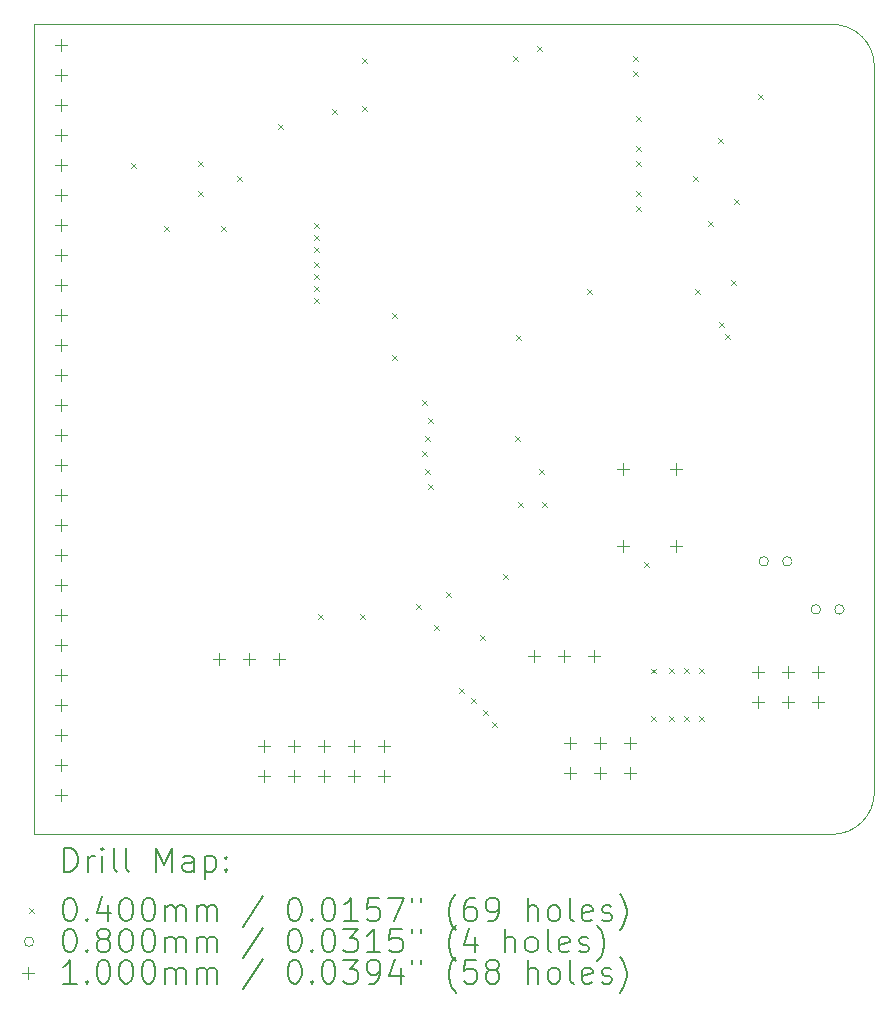
<source format=gbr>
%FSLAX45Y45*%
G04 Gerber Fmt 4.5, Leading zero omitted, Abs format (unit mm)*
G04 Created by KiCad (PCBNEW (6.0.0)) date 2022-01-24 17:46:20*
%MOMM*%
%LPD*%
G01*
G04 APERTURE LIST*
%TA.AperFunction,Profile*%
%ADD10C,0.100000*%
%TD*%
%ADD11C,0.200000*%
%ADD12C,0.040000*%
%ADD13C,0.080000*%
%ADD14C,0.100000*%
G04 APERTURE END LIST*
D10*
X18948400Y-11938000D02*
G75*
G03*
X19304000Y-11582400I0J355600D01*
G01*
X18948400Y-5080000D02*
X12192000Y-5080000D01*
X19304000Y-11582400D02*
X19304000Y-5435600D01*
X12192000Y-5080000D02*
X12192000Y-11938000D01*
X12192000Y-11938000D02*
X18948400Y-11938000D01*
X19304000Y-5435600D02*
G75*
G03*
X18948400Y-5080000I-355600J0D01*
G01*
D11*
D12*
X13010200Y-6253800D02*
X13050200Y-6293800D01*
X13050200Y-6253800D02*
X13010200Y-6293800D01*
X13289600Y-6787200D02*
X13329600Y-6827200D01*
X13329600Y-6787200D02*
X13289600Y-6827200D01*
X13581700Y-6241100D02*
X13621700Y-6281100D01*
X13621700Y-6241100D02*
X13581700Y-6281100D01*
X13581700Y-6495100D02*
X13621700Y-6535100D01*
X13621700Y-6495100D02*
X13581700Y-6535100D01*
X13772200Y-6787200D02*
X13812200Y-6827200D01*
X13812200Y-6787200D02*
X13772200Y-6827200D01*
X13911900Y-6368100D02*
X13951900Y-6408100D01*
X13951900Y-6368100D02*
X13911900Y-6408100D01*
X14254800Y-5923600D02*
X14294800Y-5963600D01*
X14294800Y-5923600D02*
X14254800Y-5963600D01*
X14559600Y-6761800D02*
X14599600Y-6801800D01*
X14599600Y-6761800D02*
X14559600Y-6801800D01*
X14559600Y-6863400D02*
X14599600Y-6903400D01*
X14599600Y-6863400D02*
X14559600Y-6903400D01*
X14559600Y-6965000D02*
X14599600Y-7005000D01*
X14599600Y-6965000D02*
X14559600Y-7005000D01*
X14559600Y-7092000D02*
X14599600Y-7132000D01*
X14599600Y-7092000D02*
X14559600Y-7132000D01*
X14559600Y-7193600D02*
X14599600Y-7233600D01*
X14599600Y-7193600D02*
X14559600Y-7233600D01*
X14559600Y-7295200D02*
X14599600Y-7335200D01*
X14599600Y-7295200D02*
X14559600Y-7335200D01*
X14559600Y-7396800D02*
X14599600Y-7436800D01*
X14599600Y-7396800D02*
X14559600Y-7436800D01*
X14597700Y-10076500D02*
X14637700Y-10116500D01*
X14637700Y-10076500D02*
X14597700Y-10116500D01*
X14712000Y-5796600D02*
X14752000Y-5836600D01*
X14752000Y-5796600D02*
X14712000Y-5836600D01*
X14953300Y-10076500D02*
X14993300Y-10116500D01*
X14993300Y-10076500D02*
X14953300Y-10116500D01*
X14966000Y-5364800D02*
X15006000Y-5404800D01*
X15006000Y-5364800D02*
X14966000Y-5404800D01*
X14966000Y-5771200D02*
X15006000Y-5811200D01*
X15006000Y-5771200D02*
X14966000Y-5811200D01*
X15220000Y-7523800D02*
X15260000Y-7563800D01*
X15260000Y-7523800D02*
X15220000Y-7563800D01*
X15220000Y-7879400D02*
X15260000Y-7919400D01*
X15260000Y-7879400D02*
X15220000Y-7919400D01*
X15423200Y-9987600D02*
X15463200Y-10027600D01*
X15463200Y-9987600D02*
X15423200Y-10027600D01*
X15474000Y-8260400D02*
X15514000Y-8300400D01*
X15514000Y-8260400D02*
X15474000Y-8300400D01*
X15474000Y-8692200D02*
X15514000Y-8732200D01*
X15514000Y-8692200D02*
X15474000Y-8732200D01*
X15499400Y-8565200D02*
X15539400Y-8605200D01*
X15539400Y-8565200D02*
X15499400Y-8605200D01*
X15499400Y-8844600D02*
X15539400Y-8884600D01*
X15539400Y-8844600D02*
X15499400Y-8884600D01*
X15524800Y-8412800D02*
X15564800Y-8452800D01*
X15564800Y-8412800D02*
X15524800Y-8452800D01*
X15524800Y-8971600D02*
X15564800Y-9011600D01*
X15564800Y-8971600D02*
X15524800Y-9011600D01*
X15575600Y-10165400D02*
X15615600Y-10205400D01*
X15615600Y-10165400D02*
X15575600Y-10205400D01*
X15677200Y-9886000D02*
X15717200Y-9926000D01*
X15717200Y-9886000D02*
X15677200Y-9926000D01*
X15791500Y-10699852D02*
X15831500Y-10739852D01*
X15831500Y-10699852D02*
X15791500Y-10739852D01*
X15893100Y-10787700D02*
X15933100Y-10827700D01*
X15933100Y-10787700D02*
X15893100Y-10827700D01*
X15969300Y-10254300D02*
X16009300Y-10294300D01*
X16009300Y-10254300D02*
X15969300Y-10294300D01*
X15994700Y-10889300D02*
X16034700Y-10929300D01*
X16034700Y-10889300D02*
X15994700Y-10929300D01*
X16070900Y-10990900D02*
X16110900Y-11030900D01*
X16110900Y-10990900D02*
X16070900Y-11030900D01*
X16159800Y-9733600D02*
X16199800Y-9773600D01*
X16199800Y-9733600D02*
X16159800Y-9773600D01*
X16248700Y-5352100D02*
X16288700Y-5392100D01*
X16288700Y-5352100D02*
X16248700Y-5392100D01*
X16261400Y-8565200D02*
X16301400Y-8605200D01*
X16301400Y-8565200D02*
X16261400Y-8605200D01*
X16274100Y-7714300D02*
X16314100Y-7754300D01*
X16314100Y-7714300D02*
X16274100Y-7754300D01*
X16286800Y-9124000D02*
X16326800Y-9164000D01*
X16326800Y-9124000D02*
X16286800Y-9164000D01*
X16450668Y-5263200D02*
X16490668Y-5303200D01*
X16490668Y-5263200D02*
X16450668Y-5303200D01*
X16464600Y-8844600D02*
X16504600Y-8884600D01*
X16504600Y-8844600D02*
X16464600Y-8884600D01*
X16490000Y-9124000D02*
X16530000Y-9164000D01*
X16530000Y-9124000D02*
X16490000Y-9164000D01*
X16871000Y-7320600D02*
X16911000Y-7360600D01*
X16911000Y-7320600D02*
X16871000Y-7360600D01*
X17264700Y-5352100D02*
X17304700Y-5392100D01*
X17304700Y-5352100D02*
X17264700Y-5392100D01*
X17264700Y-5479100D02*
X17304700Y-5519100D01*
X17304700Y-5479100D02*
X17264700Y-5519100D01*
X17290100Y-5860100D02*
X17330100Y-5900100D01*
X17330100Y-5860100D02*
X17290100Y-5900100D01*
X17290100Y-6114100D02*
X17330100Y-6154100D01*
X17330100Y-6114100D02*
X17290100Y-6154100D01*
X17290100Y-6241100D02*
X17330100Y-6281100D01*
X17330100Y-6241100D02*
X17290100Y-6281100D01*
X17290100Y-6495100D02*
X17330100Y-6535100D01*
X17330100Y-6495100D02*
X17290100Y-6535100D01*
X17290100Y-6622100D02*
X17330100Y-6662100D01*
X17330100Y-6622100D02*
X17290100Y-6662100D01*
X17353600Y-9632000D02*
X17393600Y-9672000D01*
X17393600Y-9632000D02*
X17353600Y-9672000D01*
X17415650Y-10535150D02*
X17455650Y-10575150D01*
X17455650Y-10535150D02*
X17415650Y-10575150D01*
X17415650Y-10940100D02*
X17455650Y-10980100D01*
X17455650Y-10940100D02*
X17415650Y-10980100D01*
X17569500Y-10533700D02*
X17609500Y-10573700D01*
X17609500Y-10533700D02*
X17569500Y-10573700D01*
X17569500Y-10940100D02*
X17609500Y-10980100D01*
X17609500Y-10940100D02*
X17569500Y-10980100D01*
X17696500Y-10533700D02*
X17736500Y-10573700D01*
X17736500Y-10533700D02*
X17696500Y-10573700D01*
X17696500Y-10940100D02*
X17736500Y-10980100D01*
X17736500Y-10940100D02*
X17696500Y-10980100D01*
X17772700Y-6368100D02*
X17812700Y-6408100D01*
X17812700Y-6368100D02*
X17772700Y-6408100D01*
X17785400Y-7320600D02*
X17825400Y-7360600D01*
X17825400Y-7320600D02*
X17785400Y-7360600D01*
X17823500Y-10533700D02*
X17863500Y-10573700D01*
X17863500Y-10533700D02*
X17823500Y-10573700D01*
X17823500Y-10940100D02*
X17863500Y-10980100D01*
X17863500Y-10940100D02*
X17823500Y-10980100D01*
X17899700Y-6749100D02*
X17939700Y-6789100D01*
X17939700Y-6749100D02*
X17899700Y-6789100D01*
X17979651Y-6046249D02*
X18019651Y-6086249D01*
X18019651Y-6046249D02*
X17979651Y-6086249D01*
X17988600Y-7600000D02*
X18028600Y-7640000D01*
X18028600Y-7600000D02*
X17988600Y-7640000D01*
X18039400Y-7701600D02*
X18079400Y-7741600D01*
X18079400Y-7701600D02*
X18039400Y-7741600D01*
X18090200Y-7244400D02*
X18130200Y-7284400D01*
X18130200Y-7244400D02*
X18090200Y-7284400D01*
X18115600Y-6558600D02*
X18155600Y-6598600D01*
X18155600Y-6558600D02*
X18115600Y-6598600D01*
X18318800Y-5669600D02*
X18358800Y-5709600D01*
X18358800Y-5669600D02*
X18318800Y-5709600D01*
D13*
X18407400Y-9626600D02*
G75*
G03*
X18407400Y-9626600I-40000J0D01*
G01*
X18607400Y-9626600D02*
G75*
G03*
X18607400Y-9626600I-40000J0D01*
G01*
X18848178Y-10033000D02*
G75*
G03*
X18848178Y-10033000I-40000J0D01*
G01*
X19048178Y-10033000D02*
G75*
G03*
X19048178Y-10033000I-40000J0D01*
G01*
D14*
X12420600Y-5207800D02*
X12420600Y-5307800D01*
X12370600Y-5257800D02*
X12470600Y-5257800D01*
X12420600Y-5461800D02*
X12420600Y-5561800D01*
X12370600Y-5511800D02*
X12470600Y-5511800D01*
X12420600Y-5715800D02*
X12420600Y-5815800D01*
X12370600Y-5765800D02*
X12470600Y-5765800D01*
X12420600Y-5969800D02*
X12420600Y-6069800D01*
X12370600Y-6019800D02*
X12470600Y-6019800D01*
X12420600Y-6223800D02*
X12420600Y-6323800D01*
X12370600Y-6273800D02*
X12470600Y-6273800D01*
X12420600Y-6477800D02*
X12420600Y-6577800D01*
X12370600Y-6527800D02*
X12470600Y-6527800D01*
X12420600Y-6731800D02*
X12420600Y-6831800D01*
X12370600Y-6781800D02*
X12470600Y-6781800D01*
X12420600Y-6985800D02*
X12420600Y-7085800D01*
X12370600Y-7035800D02*
X12470600Y-7035800D01*
X12420600Y-7239800D02*
X12420600Y-7339800D01*
X12370600Y-7289800D02*
X12470600Y-7289800D01*
X12420600Y-7493800D02*
X12420600Y-7593800D01*
X12370600Y-7543800D02*
X12470600Y-7543800D01*
X12420600Y-7747800D02*
X12420600Y-7847800D01*
X12370600Y-7797800D02*
X12470600Y-7797800D01*
X12420600Y-8001800D02*
X12420600Y-8101800D01*
X12370600Y-8051800D02*
X12470600Y-8051800D01*
X12420600Y-8255800D02*
X12420600Y-8355800D01*
X12370600Y-8305800D02*
X12470600Y-8305800D01*
X12420600Y-8509800D02*
X12420600Y-8609800D01*
X12370600Y-8559800D02*
X12470600Y-8559800D01*
X12420600Y-8763800D02*
X12420600Y-8863800D01*
X12370600Y-8813800D02*
X12470600Y-8813800D01*
X12420600Y-9017800D02*
X12420600Y-9117800D01*
X12370600Y-9067800D02*
X12470600Y-9067800D01*
X12420600Y-9271800D02*
X12420600Y-9371800D01*
X12370600Y-9321800D02*
X12470600Y-9321800D01*
X12420600Y-9525800D02*
X12420600Y-9625800D01*
X12370600Y-9575800D02*
X12470600Y-9575800D01*
X12420600Y-9779800D02*
X12420600Y-9879800D01*
X12370600Y-9829800D02*
X12470600Y-9829800D01*
X12420600Y-10033800D02*
X12420600Y-10133800D01*
X12370600Y-10083800D02*
X12470600Y-10083800D01*
X12420600Y-10287800D02*
X12420600Y-10387800D01*
X12370600Y-10337800D02*
X12470600Y-10337800D01*
X12420600Y-10541800D02*
X12420600Y-10641800D01*
X12370600Y-10591800D02*
X12470600Y-10591800D01*
X12420600Y-10795800D02*
X12420600Y-10895800D01*
X12370600Y-10845800D02*
X12470600Y-10845800D01*
X12420600Y-11049800D02*
X12420600Y-11149800D01*
X12370600Y-11099800D02*
X12470600Y-11099800D01*
X12420600Y-11303800D02*
X12420600Y-11403800D01*
X12370600Y-11353800D02*
X12470600Y-11353800D01*
X12420600Y-11557800D02*
X12420600Y-11657800D01*
X12370600Y-11607800D02*
X12470600Y-11607800D01*
X13754100Y-10402100D02*
X13754100Y-10502100D01*
X13704100Y-10452100D02*
X13804100Y-10452100D01*
X14008100Y-10402100D02*
X14008100Y-10502100D01*
X13958100Y-10452100D02*
X14058100Y-10452100D01*
X14134600Y-11137750D02*
X14134600Y-11237750D01*
X14084600Y-11187750D02*
X14184600Y-11187750D01*
X14134600Y-11391750D02*
X14134600Y-11491750D01*
X14084600Y-11441750D02*
X14184600Y-11441750D01*
X14262100Y-10402100D02*
X14262100Y-10502100D01*
X14212100Y-10452100D02*
X14312100Y-10452100D01*
X14388600Y-11137750D02*
X14388600Y-11237750D01*
X14338600Y-11187750D02*
X14438600Y-11187750D01*
X14388600Y-11391750D02*
X14388600Y-11491750D01*
X14338600Y-11441750D02*
X14438600Y-11441750D01*
X14642600Y-11137750D02*
X14642600Y-11237750D01*
X14592600Y-11187750D02*
X14692600Y-11187750D01*
X14642600Y-11391750D02*
X14642600Y-11491750D01*
X14592600Y-11441750D02*
X14692600Y-11441750D01*
X14896600Y-11137750D02*
X14896600Y-11237750D01*
X14846600Y-11187750D02*
X14946600Y-11187750D01*
X14896600Y-11391750D02*
X14896600Y-11491750D01*
X14846600Y-11441750D02*
X14946600Y-11441750D01*
X15150600Y-11137750D02*
X15150600Y-11237750D01*
X15100600Y-11187750D02*
X15200600Y-11187750D01*
X15150600Y-11391750D02*
X15150600Y-11491750D01*
X15100600Y-11441750D02*
X15200600Y-11441750D01*
X16419600Y-10376700D02*
X16419600Y-10476700D01*
X16369600Y-10426700D02*
X16469600Y-10426700D01*
X16673600Y-10376700D02*
X16673600Y-10476700D01*
X16623600Y-10426700D02*
X16723600Y-10426700D01*
X16725400Y-11112350D02*
X16725400Y-11212350D01*
X16675400Y-11162350D02*
X16775400Y-11162350D01*
X16725400Y-11366350D02*
X16725400Y-11466350D01*
X16675400Y-11416350D02*
X16775400Y-11416350D01*
X16927600Y-10376700D02*
X16927600Y-10476700D01*
X16877600Y-10426700D02*
X16977600Y-10426700D01*
X16979400Y-11112350D02*
X16979400Y-11212350D01*
X16929400Y-11162350D02*
X17029400Y-11162350D01*
X16979400Y-11366350D02*
X16979400Y-11466350D01*
X16929400Y-11416350D02*
X17029400Y-11416350D01*
X17174000Y-8794400D02*
X17174000Y-8894400D01*
X17124000Y-8844400D02*
X17224000Y-8844400D01*
X17174000Y-9444400D02*
X17174000Y-9544400D01*
X17124000Y-9494400D02*
X17224000Y-9494400D01*
X17233400Y-11112350D02*
X17233400Y-11212350D01*
X17183400Y-11162350D02*
X17283400Y-11162350D01*
X17233400Y-11366350D02*
X17233400Y-11466350D01*
X17183400Y-11416350D02*
X17283400Y-11416350D01*
X17624000Y-8794400D02*
X17624000Y-8894400D01*
X17574000Y-8844400D02*
X17674000Y-8844400D01*
X17624000Y-9444400D02*
X17624000Y-9544400D01*
X17574000Y-9494400D02*
X17674000Y-9494400D01*
X18317989Y-10515900D02*
X18317989Y-10615900D01*
X18267989Y-10565900D02*
X18367989Y-10565900D01*
X18317989Y-10769900D02*
X18317989Y-10869900D01*
X18267989Y-10819900D02*
X18367989Y-10819900D01*
X18571989Y-10515900D02*
X18571989Y-10615900D01*
X18521989Y-10565900D02*
X18621989Y-10565900D01*
X18571989Y-10769900D02*
X18571989Y-10869900D01*
X18521989Y-10819900D02*
X18621989Y-10819900D01*
X18825989Y-10515900D02*
X18825989Y-10615900D01*
X18775989Y-10565900D02*
X18875989Y-10565900D01*
X18825989Y-10769900D02*
X18825989Y-10869900D01*
X18775989Y-10819900D02*
X18875989Y-10819900D01*
D11*
X12444619Y-12253476D02*
X12444619Y-12053476D01*
X12492238Y-12053476D01*
X12520809Y-12063000D01*
X12539857Y-12082048D01*
X12549381Y-12101095D01*
X12558905Y-12139190D01*
X12558905Y-12167762D01*
X12549381Y-12205857D01*
X12539857Y-12224905D01*
X12520809Y-12243952D01*
X12492238Y-12253476D01*
X12444619Y-12253476D01*
X12644619Y-12253476D02*
X12644619Y-12120143D01*
X12644619Y-12158238D02*
X12654143Y-12139190D01*
X12663667Y-12129667D01*
X12682714Y-12120143D01*
X12701762Y-12120143D01*
X12768428Y-12253476D02*
X12768428Y-12120143D01*
X12768428Y-12053476D02*
X12758905Y-12063000D01*
X12768428Y-12072524D01*
X12777952Y-12063000D01*
X12768428Y-12053476D01*
X12768428Y-12072524D01*
X12892238Y-12253476D02*
X12873190Y-12243952D01*
X12863667Y-12224905D01*
X12863667Y-12053476D01*
X12997000Y-12253476D02*
X12977952Y-12243952D01*
X12968428Y-12224905D01*
X12968428Y-12053476D01*
X13225571Y-12253476D02*
X13225571Y-12053476D01*
X13292238Y-12196333D01*
X13358905Y-12053476D01*
X13358905Y-12253476D01*
X13539857Y-12253476D02*
X13539857Y-12148714D01*
X13530333Y-12129667D01*
X13511286Y-12120143D01*
X13473190Y-12120143D01*
X13454143Y-12129667D01*
X13539857Y-12243952D02*
X13520809Y-12253476D01*
X13473190Y-12253476D01*
X13454143Y-12243952D01*
X13444619Y-12224905D01*
X13444619Y-12205857D01*
X13454143Y-12186809D01*
X13473190Y-12177286D01*
X13520809Y-12177286D01*
X13539857Y-12167762D01*
X13635095Y-12120143D02*
X13635095Y-12320143D01*
X13635095Y-12129667D02*
X13654143Y-12120143D01*
X13692238Y-12120143D01*
X13711286Y-12129667D01*
X13720809Y-12139190D01*
X13730333Y-12158238D01*
X13730333Y-12215381D01*
X13720809Y-12234428D01*
X13711286Y-12243952D01*
X13692238Y-12253476D01*
X13654143Y-12253476D01*
X13635095Y-12243952D01*
X13816048Y-12234428D02*
X13825571Y-12243952D01*
X13816048Y-12253476D01*
X13806524Y-12243952D01*
X13816048Y-12234428D01*
X13816048Y-12253476D01*
X13816048Y-12129667D02*
X13825571Y-12139190D01*
X13816048Y-12148714D01*
X13806524Y-12139190D01*
X13816048Y-12129667D01*
X13816048Y-12148714D01*
D12*
X12147000Y-12563000D02*
X12187000Y-12603000D01*
X12187000Y-12563000D02*
X12147000Y-12603000D01*
D11*
X12482714Y-12473476D02*
X12501762Y-12473476D01*
X12520809Y-12483000D01*
X12530333Y-12492524D01*
X12539857Y-12511571D01*
X12549381Y-12549667D01*
X12549381Y-12597286D01*
X12539857Y-12635381D01*
X12530333Y-12654428D01*
X12520809Y-12663952D01*
X12501762Y-12673476D01*
X12482714Y-12673476D01*
X12463667Y-12663952D01*
X12454143Y-12654428D01*
X12444619Y-12635381D01*
X12435095Y-12597286D01*
X12435095Y-12549667D01*
X12444619Y-12511571D01*
X12454143Y-12492524D01*
X12463667Y-12483000D01*
X12482714Y-12473476D01*
X12635095Y-12654428D02*
X12644619Y-12663952D01*
X12635095Y-12673476D01*
X12625571Y-12663952D01*
X12635095Y-12654428D01*
X12635095Y-12673476D01*
X12816048Y-12540143D02*
X12816048Y-12673476D01*
X12768428Y-12463952D02*
X12720809Y-12606809D01*
X12844619Y-12606809D01*
X12958905Y-12473476D02*
X12977952Y-12473476D01*
X12997000Y-12483000D01*
X13006524Y-12492524D01*
X13016048Y-12511571D01*
X13025571Y-12549667D01*
X13025571Y-12597286D01*
X13016048Y-12635381D01*
X13006524Y-12654428D01*
X12997000Y-12663952D01*
X12977952Y-12673476D01*
X12958905Y-12673476D01*
X12939857Y-12663952D01*
X12930333Y-12654428D01*
X12920809Y-12635381D01*
X12911286Y-12597286D01*
X12911286Y-12549667D01*
X12920809Y-12511571D01*
X12930333Y-12492524D01*
X12939857Y-12483000D01*
X12958905Y-12473476D01*
X13149381Y-12473476D02*
X13168428Y-12473476D01*
X13187476Y-12483000D01*
X13197000Y-12492524D01*
X13206524Y-12511571D01*
X13216048Y-12549667D01*
X13216048Y-12597286D01*
X13206524Y-12635381D01*
X13197000Y-12654428D01*
X13187476Y-12663952D01*
X13168428Y-12673476D01*
X13149381Y-12673476D01*
X13130333Y-12663952D01*
X13120809Y-12654428D01*
X13111286Y-12635381D01*
X13101762Y-12597286D01*
X13101762Y-12549667D01*
X13111286Y-12511571D01*
X13120809Y-12492524D01*
X13130333Y-12483000D01*
X13149381Y-12473476D01*
X13301762Y-12673476D02*
X13301762Y-12540143D01*
X13301762Y-12559190D02*
X13311286Y-12549667D01*
X13330333Y-12540143D01*
X13358905Y-12540143D01*
X13377952Y-12549667D01*
X13387476Y-12568714D01*
X13387476Y-12673476D01*
X13387476Y-12568714D02*
X13397000Y-12549667D01*
X13416048Y-12540143D01*
X13444619Y-12540143D01*
X13463667Y-12549667D01*
X13473190Y-12568714D01*
X13473190Y-12673476D01*
X13568428Y-12673476D02*
X13568428Y-12540143D01*
X13568428Y-12559190D02*
X13577952Y-12549667D01*
X13597000Y-12540143D01*
X13625571Y-12540143D01*
X13644619Y-12549667D01*
X13654143Y-12568714D01*
X13654143Y-12673476D01*
X13654143Y-12568714D02*
X13663667Y-12549667D01*
X13682714Y-12540143D01*
X13711286Y-12540143D01*
X13730333Y-12549667D01*
X13739857Y-12568714D01*
X13739857Y-12673476D01*
X14130333Y-12463952D02*
X13958905Y-12721095D01*
X14387476Y-12473476D02*
X14406524Y-12473476D01*
X14425571Y-12483000D01*
X14435095Y-12492524D01*
X14444619Y-12511571D01*
X14454143Y-12549667D01*
X14454143Y-12597286D01*
X14444619Y-12635381D01*
X14435095Y-12654428D01*
X14425571Y-12663952D01*
X14406524Y-12673476D01*
X14387476Y-12673476D01*
X14368428Y-12663952D01*
X14358905Y-12654428D01*
X14349381Y-12635381D01*
X14339857Y-12597286D01*
X14339857Y-12549667D01*
X14349381Y-12511571D01*
X14358905Y-12492524D01*
X14368428Y-12483000D01*
X14387476Y-12473476D01*
X14539857Y-12654428D02*
X14549381Y-12663952D01*
X14539857Y-12673476D01*
X14530333Y-12663952D01*
X14539857Y-12654428D01*
X14539857Y-12673476D01*
X14673190Y-12473476D02*
X14692238Y-12473476D01*
X14711286Y-12483000D01*
X14720809Y-12492524D01*
X14730333Y-12511571D01*
X14739857Y-12549667D01*
X14739857Y-12597286D01*
X14730333Y-12635381D01*
X14720809Y-12654428D01*
X14711286Y-12663952D01*
X14692238Y-12673476D01*
X14673190Y-12673476D01*
X14654143Y-12663952D01*
X14644619Y-12654428D01*
X14635095Y-12635381D01*
X14625571Y-12597286D01*
X14625571Y-12549667D01*
X14635095Y-12511571D01*
X14644619Y-12492524D01*
X14654143Y-12483000D01*
X14673190Y-12473476D01*
X14930333Y-12673476D02*
X14816048Y-12673476D01*
X14873190Y-12673476D02*
X14873190Y-12473476D01*
X14854143Y-12502048D01*
X14835095Y-12521095D01*
X14816048Y-12530619D01*
X15111286Y-12473476D02*
X15016048Y-12473476D01*
X15006524Y-12568714D01*
X15016048Y-12559190D01*
X15035095Y-12549667D01*
X15082714Y-12549667D01*
X15101762Y-12559190D01*
X15111286Y-12568714D01*
X15120809Y-12587762D01*
X15120809Y-12635381D01*
X15111286Y-12654428D01*
X15101762Y-12663952D01*
X15082714Y-12673476D01*
X15035095Y-12673476D01*
X15016048Y-12663952D01*
X15006524Y-12654428D01*
X15187476Y-12473476D02*
X15320809Y-12473476D01*
X15235095Y-12673476D01*
X15387476Y-12473476D02*
X15387476Y-12511571D01*
X15463667Y-12473476D02*
X15463667Y-12511571D01*
X15758905Y-12749667D02*
X15749381Y-12740143D01*
X15730333Y-12711571D01*
X15720809Y-12692524D01*
X15711286Y-12663952D01*
X15701762Y-12616333D01*
X15701762Y-12578238D01*
X15711286Y-12530619D01*
X15720809Y-12502048D01*
X15730333Y-12483000D01*
X15749381Y-12454428D01*
X15758905Y-12444905D01*
X15920809Y-12473476D02*
X15882714Y-12473476D01*
X15863667Y-12483000D01*
X15854143Y-12492524D01*
X15835095Y-12521095D01*
X15825571Y-12559190D01*
X15825571Y-12635381D01*
X15835095Y-12654428D01*
X15844619Y-12663952D01*
X15863667Y-12673476D01*
X15901762Y-12673476D01*
X15920809Y-12663952D01*
X15930333Y-12654428D01*
X15939857Y-12635381D01*
X15939857Y-12587762D01*
X15930333Y-12568714D01*
X15920809Y-12559190D01*
X15901762Y-12549667D01*
X15863667Y-12549667D01*
X15844619Y-12559190D01*
X15835095Y-12568714D01*
X15825571Y-12587762D01*
X16035095Y-12673476D02*
X16073190Y-12673476D01*
X16092238Y-12663952D01*
X16101762Y-12654428D01*
X16120809Y-12625857D01*
X16130333Y-12587762D01*
X16130333Y-12511571D01*
X16120809Y-12492524D01*
X16111286Y-12483000D01*
X16092238Y-12473476D01*
X16054143Y-12473476D01*
X16035095Y-12483000D01*
X16025571Y-12492524D01*
X16016048Y-12511571D01*
X16016048Y-12559190D01*
X16025571Y-12578238D01*
X16035095Y-12587762D01*
X16054143Y-12597286D01*
X16092238Y-12597286D01*
X16111286Y-12587762D01*
X16120809Y-12578238D01*
X16130333Y-12559190D01*
X16368428Y-12673476D02*
X16368428Y-12473476D01*
X16454143Y-12673476D02*
X16454143Y-12568714D01*
X16444619Y-12549667D01*
X16425571Y-12540143D01*
X16397000Y-12540143D01*
X16377952Y-12549667D01*
X16368428Y-12559190D01*
X16577952Y-12673476D02*
X16558905Y-12663952D01*
X16549381Y-12654428D01*
X16539857Y-12635381D01*
X16539857Y-12578238D01*
X16549381Y-12559190D01*
X16558905Y-12549667D01*
X16577952Y-12540143D01*
X16606524Y-12540143D01*
X16625571Y-12549667D01*
X16635095Y-12559190D01*
X16644619Y-12578238D01*
X16644619Y-12635381D01*
X16635095Y-12654428D01*
X16625571Y-12663952D01*
X16606524Y-12673476D01*
X16577952Y-12673476D01*
X16758905Y-12673476D02*
X16739857Y-12663952D01*
X16730333Y-12644905D01*
X16730333Y-12473476D01*
X16911286Y-12663952D02*
X16892238Y-12673476D01*
X16854143Y-12673476D01*
X16835095Y-12663952D01*
X16825571Y-12644905D01*
X16825571Y-12568714D01*
X16835095Y-12549667D01*
X16854143Y-12540143D01*
X16892238Y-12540143D01*
X16911286Y-12549667D01*
X16920810Y-12568714D01*
X16920810Y-12587762D01*
X16825571Y-12606809D01*
X16997000Y-12663952D02*
X17016048Y-12673476D01*
X17054143Y-12673476D01*
X17073190Y-12663952D01*
X17082714Y-12644905D01*
X17082714Y-12635381D01*
X17073190Y-12616333D01*
X17054143Y-12606809D01*
X17025571Y-12606809D01*
X17006524Y-12597286D01*
X16997000Y-12578238D01*
X16997000Y-12568714D01*
X17006524Y-12549667D01*
X17025571Y-12540143D01*
X17054143Y-12540143D01*
X17073190Y-12549667D01*
X17149381Y-12749667D02*
X17158905Y-12740143D01*
X17177952Y-12711571D01*
X17187476Y-12692524D01*
X17197000Y-12663952D01*
X17206524Y-12616333D01*
X17206524Y-12578238D01*
X17197000Y-12530619D01*
X17187476Y-12502048D01*
X17177952Y-12483000D01*
X17158905Y-12454428D01*
X17149381Y-12444905D01*
D13*
X12187000Y-12847000D02*
G75*
G03*
X12187000Y-12847000I-40000J0D01*
G01*
D11*
X12482714Y-12737476D02*
X12501762Y-12737476D01*
X12520809Y-12747000D01*
X12530333Y-12756524D01*
X12539857Y-12775571D01*
X12549381Y-12813667D01*
X12549381Y-12861286D01*
X12539857Y-12899381D01*
X12530333Y-12918428D01*
X12520809Y-12927952D01*
X12501762Y-12937476D01*
X12482714Y-12937476D01*
X12463667Y-12927952D01*
X12454143Y-12918428D01*
X12444619Y-12899381D01*
X12435095Y-12861286D01*
X12435095Y-12813667D01*
X12444619Y-12775571D01*
X12454143Y-12756524D01*
X12463667Y-12747000D01*
X12482714Y-12737476D01*
X12635095Y-12918428D02*
X12644619Y-12927952D01*
X12635095Y-12937476D01*
X12625571Y-12927952D01*
X12635095Y-12918428D01*
X12635095Y-12937476D01*
X12758905Y-12823190D02*
X12739857Y-12813667D01*
X12730333Y-12804143D01*
X12720809Y-12785095D01*
X12720809Y-12775571D01*
X12730333Y-12756524D01*
X12739857Y-12747000D01*
X12758905Y-12737476D01*
X12797000Y-12737476D01*
X12816048Y-12747000D01*
X12825571Y-12756524D01*
X12835095Y-12775571D01*
X12835095Y-12785095D01*
X12825571Y-12804143D01*
X12816048Y-12813667D01*
X12797000Y-12823190D01*
X12758905Y-12823190D01*
X12739857Y-12832714D01*
X12730333Y-12842238D01*
X12720809Y-12861286D01*
X12720809Y-12899381D01*
X12730333Y-12918428D01*
X12739857Y-12927952D01*
X12758905Y-12937476D01*
X12797000Y-12937476D01*
X12816048Y-12927952D01*
X12825571Y-12918428D01*
X12835095Y-12899381D01*
X12835095Y-12861286D01*
X12825571Y-12842238D01*
X12816048Y-12832714D01*
X12797000Y-12823190D01*
X12958905Y-12737476D02*
X12977952Y-12737476D01*
X12997000Y-12747000D01*
X13006524Y-12756524D01*
X13016048Y-12775571D01*
X13025571Y-12813667D01*
X13025571Y-12861286D01*
X13016048Y-12899381D01*
X13006524Y-12918428D01*
X12997000Y-12927952D01*
X12977952Y-12937476D01*
X12958905Y-12937476D01*
X12939857Y-12927952D01*
X12930333Y-12918428D01*
X12920809Y-12899381D01*
X12911286Y-12861286D01*
X12911286Y-12813667D01*
X12920809Y-12775571D01*
X12930333Y-12756524D01*
X12939857Y-12747000D01*
X12958905Y-12737476D01*
X13149381Y-12737476D02*
X13168428Y-12737476D01*
X13187476Y-12747000D01*
X13197000Y-12756524D01*
X13206524Y-12775571D01*
X13216048Y-12813667D01*
X13216048Y-12861286D01*
X13206524Y-12899381D01*
X13197000Y-12918428D01*
X13187476Y-12927952D01*
X13168428Y-12937476D01*
X13149381Y-12937476D01*
X13130333Y-12927952D01*
X13120809Y-12918428D01*
X13111286Y-12899381D01*
X13101762Y-12861286D01*
X13101762Y-12813667D01*
X13111286Y-12775571D01*
X13120809Y-12756524D01*
X13130333Y-12747000D01*
X13149381Y-12737476D01*
X13301762Y-12937476D02*
X13301762Y-12804143D01*
X13301762Y-12823190D02*
X13311286Y-12813667D01*
X13330333Y-12804143D01*
X13358905Y-12804143D01*
X13377952Y-12813667D01*
X13387476Y-12832714D01*
X13387476Y-12937476D01*
X13387476Y-12832714D02*
X13397000Y-12813667D01*
X13416048Y-12804143D01*
X13444619Y-12804143D01*
X13463667Y-12813667D01*
X13473190Y-12832714D01*
X13473190Y-12937476D01*
X13568428Y-12937476D02*
X13568428Y-12804143D01*
X13568428Y-12823190D02*
X13577952Y-12813667D01*
X13597000Y-12804143D01*
X13625571Y-12804143D01*
X13644619Y-12813667D01*
X13654143Y-12832714D01*
X13654143Y-12937476D01*
X13654143Y-12832714D02*
X13663667Y-12813667D01*
X13682714Y-12804143D01*
X13711286Y-12804143D01*
X13730333Y-12813667D01*
X13739857Y-12832714D01*
X13739857Y-12937476D01*
X14130333Y-12727952D02*
X13958905Y-12985095D01*
X14387476Y-12737476D02*
X14406524Y-12737476D01*
X14425571Y-12747000D01*
X14435095Y-12756524D01*
X14444619Y-12775571D01*
X14454143Y-12813667D01*
X14454143Y-12861286D01*
X14444619Y-12899381D01*
X14435095Y-12918428D01*
X14425571Y-12927952D01*
X14406524Y-12937476D01*
X14387476Y-12937476D01*
X14368428Y-12927952D01*
X14358905Y-12918428D01*
X14349381Y-12899381D01*
X14339857Y-12861286D01*
X14339857Y-12813667D01*
X14349381Y-12775571D01*
X14358905Y-12756524D01*
X14368428Y-12747000D01*
X14387476Y-12737476D01*
X14539857Y-12918428D02*
X14549381Y-12927952D01*
X14539857Y-12937476D01*
X14530333Y-12927952D01*
X14539857Y-12918428D01*
X14539857Y-12937476D01*
X14673190Y-12737476D02*
X14692238Y-12737476D01*
X14711286Y-12747000D01*
X14720809Y-12756524D01*
X14730333Y-12775571D01*
X14739857Y-12813667D01*
X14739857Y-12861286D01*
X14730333Y-12899381D01*
X14720809Y-12918428D01*
X14711286Y-12927952D01*
X14692238Y-12937476D01*
X14673190Y-12937476D01*
X14654143Y-12927952D01*
X14644619Y-12918428D01*
X14635095Y-12899381D01*
X14625571Y-12861286D01*
X14625571Y-12813667D01*
X14635095Y-12775571D01*
X14644619Y-12756524D01*
X14654143Y-12747000D01*
X14673190Y-12737476D01*
X14806524Y-12737476D02*
X14930333Y-12737476D01*
X14863667Y-12813667D01*
X14892238Y-12813667D01*
X14911286Y-12823190D01*
X14920809Y-12832714D01*
X14930333Y-12851762D01*
X14930333Y-12899381D01*
X14920809Y-12918428D01*
X14911286Y-12927952D01*
X14892238Y-12937476D01*
X14835095Y-12937476D01*
X14816048Y-12927952D01*
X14806524Y-12918428D01*
X15120809Y-12937476D02*
X15006524Y-12937476D01*
X15063667Y-12937476D02*
X15063667Y-12737476D01*
X15044619Y-12766048D01*
X15025571Y-12785095D01*
X15006524Y-12794619D01*
X15301762Y-12737476D02*
X15206524Y-12737476D01*
X15197000Y-12832714D01*
X15206524Y-12823190D01*
X15225571Y-12813667D01*
X15273190Y-12813667D01*
X15292238Y-12823190D01*
X15301762Y-12832714D01*
X15311286Y-12851762D01*
X15311286Y-12899381D01*
X15301762Y-12918428D01*
X15292238Y-12927952D01*
X15273190Y-12937476D01*
X15225571Y-12937476D01*
X15206524Y-12927952D01*
X15197000Y-12918428D01*
X15387476Y-12737476D02*
X15387476Y-12775571D01*
X15463667Y-12737476D02*
X15463667Y-12775571D01*
X15758905Y-13013667D02*
X15749381Y-13004143D01*
X15730333Y-12975571D01*
X15720809Y-12956524D01*
X15711286Y-12927952D01*
X15701762Y-12880333D01*
X15701762Y-12842238D01*
X15711286Y-12794619D01*
X15720809Y-12766048D01*
X15730333Y-12747000D01*
X15749381Y-12718428D01*
X15758905Y-12708905D01*
X15920809Y-12804143D02*
X15920809Y-12937476D01*
X15873190Y-12727952D02*
X15825571Y-12870809D01*
X15949381Y-12870809D01*
X16177952Y-12937476D02*
X16177952Y-12737476D01*
X16263667Y-12937476D02*
X16263667Y-12832714D01*
X16254143Y-12813667D01*
X16235095Y-12804143D01*
X16206524Y-12804143D01*
X16187476Y-12813667D01*
X16177952Y-12823190D01*
X16387476Y-12937476D02*
X16368428Y-12927952D01*
X16358905Y-12918428D01*
X16349381Y-12899381D01*
X16349381Y-12842238D01*
X16358905Y-12823190D01*
X16368428Y-12813667D01*
X16387476Y-12804143D01*
X16416048Y-12804143D01*
X16435095Y-12813667D01*
X16444619Y-12823190D01*
X16454143Y-12842238D01*
X16454143Y-12899381D01*
X16444619Y-12918428D01*
X16435095Y-12927952D01*
X16416048Y-12937476D01*
X16387476Y-12937476D01*
X16568428Y-12937476D02*
X16549381Y-12927952D01*
X16539857Y-12908905D01*
X16539857Y-12737476D01*
X16720809Y-12927952D02*
X16701762Y-12937476D01*
X16663667Y-12937476D01*
X16644619Y-12927952D01*
X16635095Y-12908905D01*
X16635095Y-12832714D01*
X16644619Y-12813667D01*
X16663667Y-12804143D01*
X16701762Y-12804143D01*
X16720809Y-12813667D01*
X16730333Y-12832714D01*
X16730333Y-12851762D01*
X16635095Y-12870809D01*
X16806524Y-12927952D02*
X16825571Y-12937476D01*
X16863667Y-12937476D01*
X16882714Y-12927952D01*
X16892238Y-12908905D01*
X16892238Y-12899381D01*
X16882714Y-12880333D01*
X16863667Y-12870809D01*
X16835095Y-12870809D01*
X16816048Y-12861286D01*
X16806524Y-12842238D01*
X16806524Y-12832714D01*
X16816048Y-12813667D01*
X16835095Y-12804143D01*
X16863667Y-12804143D01*
X16882714Y-12813667D01*
X16958905Y-13013667D02*
X16968429Y-13004143D01*
X16987476Y-12975571D01*
X16997000Y-12956524D01*
X17006524Y-12927952D01*
X17016048Y-12880333D01*
X17016048Y-12842238D01*
X17006524Y-12794619D01*
X16997000Y-12766048D01*
X16987476Y-12747000D01*
X16968429Y-12718428D01*
X16958905Y-12708905D01*
D14*
X12137000Y-13061000D02*
X12137000Y-13161000D01*
X12087000Y-13111000D02*
X12187000Y-13111000D01*
D11*
X12549381Y-13201476D02*
X12435095Y-13201476D01*
X12492238Y-13201476D02*
X12492238Y-13001476D01*
X12473190Y-13030048D01*
X12454143Y-13049095D01*
X12435095Y-13058619D01*
X12635095Y-13182428D02*
X12644619Y-13191952D01*
X12635095Y-13201476D01*
X12625571Y-13191952D01*
X12635095Y-13182428D01*
X12635095Y-13201476D01*
X12768428Y-13001476D02*
X12787476Y-13001476D01*
X12806524Y-13011000D01*
X12816048Y-13020524D01*
X12825571Y-13039571D01*
X12835095Y-13077667D01*
X12835095Y-13125286D01*
X12825571Y-13163381D01*
X12816048Y-13182428D01*
X12806524Y-13191952D01*
X12787476Y-13201476D01*
X12768428Y-13201476D01*
X12749381Y-13191952D01*
X12739857Y-13182428D01*
X12730333Y-13163381D01*
X12720809Y-13125286D01*
X12720809Y-13077667D01*
X12730333Y-13039571D01*
X12739857Y-13020524D01*
X12749381Y-13011000D01*
X12768428Y-13001476D01*
X12958905Y-13001476D02*
X12977952Y-13001476D01*
X12997000Y-13011000D01*
X13006524Y-13020524D01*
X13016048Y-13039571D01*
X13025571Y-13077667D01*
X13025571Y-13125286D01*
X13016048Y-13163381D01*
X13006524Y-13182428D01*
X12997000Y-13191952D01*
X12977952Y-13201476D01*
X12958905Y-13201476D01*
X12939857Y-13191952D01*
X12930333Y-13182428D01*
X12920809Y-13163381D01*
X12911286Y-13125286D01*
X12911286Y-13077667D01*
X12920809Y-13039571D01*
X12930333Y-13020524D01*
X12939857Y-13011000D01*
X12958905Y-13001476D01*
X13149381Y-13001476D02*
X13168428Y-13001476D01*
X13187476Y-13011000D01*
X13197000Y-13020524D01*
X13206524Y-13039571D01*
X13216048Y-13077667D01*
X13216048Y-13125286D01*
X13206524Y-13163381D01*
X13197000Y-13182428D01*
X13187476Y-13191952D01*
X13168428Y-13201476D01*
X13149381Y-13201476D01*
X13130333Y-13191952D01*
X13120809Y-13182428D01*
X13111286Y-13163381D01*
X13101762Y-13125286D01*
X13101762Y-13077667D01*
X13111286Y-13039571D01*
X13120809Y-13020524D01*
X13130333Y-13011000D01*
X13149381Y-13001476D01*
X13301762Y-13201476D02*
X13301762Y-13068143D01*
X13301762Y-13087190D02*
X13311286Y-13077667D01*
X13330333Y-13068143D01*
X13358905Y-13068143D01*
X13377952Y-13077667D01*
X13387476Y-13096714D01*
X13387476Y-13201476D01*
X13387476Y-13096714D02*
X13397000Y-13077667D01*
X13416048Y-13068143D01*
X13444619Y-13068143D01*
X13463667Y-13077667D01*
X13473190Y-13096714D01*
X13473190Y-13201476D01*
X13568428Y-13201476D02*
X13568428Y-13068143D01*
X13568428Y-13087190D02*
X13577952Y-13077667D01*
X13597000Y-13068143D01*
X13625571Y-13068143D01*
X13644619Y-13077667D01*
X13654143Y-13096714D01*
X13654143Y-13201476D01*
X13654143Y-13096714D02*
X13663667Y-13077667D01*
X13682714Y-13068143D01*
X13711286Y-13068143D01*
X13730333Y-13077667D01*
X13739857Y-13096714D01*
X13739857Y-13201476D01*
X14130333Y-12991952D02*
X13958905Y-13249095D01*
X14387476Y-13001476D02*
X14406524Y-13001476D01*
X14425571Y-13011000D01*
X14435095Y-13020524D01*
X14444619Y-13039571D01*
X14454143Y-13077667D01*
X14454143Y-13125286D01*
X14444619Y-13163381D01*
X14435095Y-13182428D01*
X14425571Y-13191952D01*
X14406524Y-13201476D01*
X14387476Y-13201476D01*
X14368428Y-13191952D01*
X14358905Y-13182428D01*
X14349381Y-13163381D01*
X14339857Y-13125286D01*
X14339857Y-13077667D01*
X14349381Y-13039571D01*
X14358905Y-13020524D01*
X14368428Y-13011000D01*
X14387476Y-13001476D01*
X14539857Y-13182428D02*
X14549381Y-13191952D01*
X14539857Y-13201476D01*
X14530333Y-13191952D01*
X14539857Y-13182428D01*
X14539857Y-13201476D01*
X14673190Y-13001476D02*
X14692238Y-13001476D01*
X14711286Y-13011000D01*
X14720809Y-13020524D01*
X14730333Y-13039571D01*
X14739857Y-13077667D01*
X14739857Y-13125286D01*
X14730333Y-13163381D01*
X14720809Y-13182428D01*
X14711286Y-13191952D01*
X14692238Y-13201476D01*
X14673190Y-13201476D01*
X14654143Y-13191952D01*
X14644619Y-13182428D01*
X14635095Y-13163381D01*
X14625571Y-13125286D01*
X14625571Y-13077667D01*
X14635095Y-13039571D01*
X14644619Y-13020524D01*
X14654143Y-13011000D01*
X14673190Y-13001476D01*
X14806524Y-13001476D02*
X14930333Y-13001476D01*
X14863667Y-13077667D01*
X14892238Y-13077667D01*
X14911286Y-13087190D01*
X14920809Y-13096714D01*
X14930333Y-13115762D01*
X14930333Y-13163381D01*
X14920809Y-13182428D01*
X14911286Y-13191952D01*
X14892238Y-13201476D01*
X14835095Y-13201476D01*
X14816048Y-13191952D01*
X14806524Y-13182428D01*
X15025571Y-13201476D02*
X15063667Y-13201476D01*
X15082714Y-13191952D01*
X15092238Y-13182428D01*
X15111286Y-13153857D01*
X15120809Y-13115762D01*
X15120809Y-13039571D01*
X15111286Y-13020524D01*
X15101762Y-13011000D01*
X15082714Y-13001476D01*
X15044619Y-13001476D01*
X15025571Y-13011000D01*
X15016048Y-13020524D01*
X15006524Y-13039571D01*
X15006524Y-13087190D01*
X15016048Y-13106238D01*
X15025571Y-13115762D01*
X15044619Y-13125286D01*
X15082714Y-13125286D01*
X15101762Y-13115762D01*
X15111286Y-13106238D01*
X15120809Y-13087190D01*
X15292238Y-13068143D02*
X15292238Y-13201476D01*
X15244619Y-12991952D02*
X15197000Y-13134809D01*
X15320809Y-13134809D01*
X15387476Y-13001476D02*
X15387476Y-13039571D01*
X15463667Y-13001476D02*
X15463667Y-13039571D01*
X15758905Y-13277667D02*
X15749381Y-13268143D01*
X15730333Y-13239571D01*
X15720809Y-13220524D01*
X15711286Y-13191952D01*
X15701762Y-13144333D01*
X15701762Y-13106238D01*
X15711286Y-13058619D01*
X15720809Y-13030048D01*
X15730333Y-13011000D01*
X15749381Y-12982428D01*
X15758905Y-12972905D01*
X15930333Y-13001476D02*
X15835095Y-13001476D01*
X15825571Y-13096714D01*
X15835095Y-13087190D01*
X15854143Y-13077667D01*
X15901762Y-13077667D01*
X15920809Y-13087190D01*
X15930333Y-13096714D01*
X15939857Y-13115762D01*
X15939857Y-13163381D01*
X15930333Y-13182428D01*
X15920809Y-13191952D01*
X15901762Y-13201476D01*
X15854143Y-13201476D01*
X15835095Y-13191952D01*
X15825571Y-13182428D01*
X16054143Y-13087190D02*
X16035095Y-13077667D01*
X16025571Y-13068143D01*
X16016048Y-13049095D01*
X16016048Y-13039571D01*
X16025571Y-13020524D01*
X16035095Y-13011000D01*
X16054143Y-13001476D01*
X16092238Y-13001476D01*
X16111286Y-13011000D01*
X16120809Y-13020524D01*
X16130333Y-13039571D01*
X16130333Y-13049095D01*
X16120809Y-13068143D01*
X16111286Y-13077667D01*
X16092238Y-13087190D01*
X16054143Y-13087190D01*
X16035095Y-13096714D01*
X16025571Y-13106238D01*
X16016048Y-13125286D01*
X16016048Y-13163381D01*
X16025571Y-13182428D01*
X16035095Y-13191952D01*
X16054143Y-13201476D01*
X16092238Y-13201476D01*
X16111286Y-13191952D01*
X16120809Y-13182428D01*
X16130333Y-13163381D01*
X16130333Y-13125286D01*
X16120809Y-13106238D01*
X16111286Y-13096714D01*
X16092238Y-13087190D01*
X16368428Y-13201476D02*
X16368428Y-13001476D01*
X16454143Y-13201476D02*
X16454143Y-13096714D01*
X16444619Y-13077667D01*
X16425571Y-13068143D01*
X16397000Y-13068143D01*
X16377952Y-13077667D01*
X16368428Y-13087190D01*
X16577952Y-13201476D02*
X16558905Y-13191952D01*
X16549381Y-13182428D01*
X16539857Y-13163381D01*
X16539857Y-13106238D01*
X16549381Y-13087190D01*
X16558905Y-13077667D01*
X16577952Y-13068143D01*
X16606524Y-13068143D01*
X16625571Y-13077667D01*
X16635095Y-13087190D01*
X16644619Y-13106238D01*
X16644619Y-13163381D01*
X16635095Y-13182428D01*
X16625571Y-13191952D01*
X16606524Y-13201476D01*
X16577952Y-13201476D01*
X16758905Y-13201476D02*
X16739857Y-13191952D01*
X16730333Y-13172905D01*
X16730333Y-13001476D01*
X16911286Y-13191952D02*
X16892238Y-13201476D01*
X16854143Y-13201476D01*
X16835095Y-13191952D01*
X16825571Y-13172905D01*
X16825571Y-13096714D01*
X16835095Y-13077667D01*
X16854143Y-13068143D01*
X16892238Y-13068143D01*
X16911286Y-13077667D01*
X16920810Y-13096714D01*
X16920810Y-13115762D01*
X16825571Y-13134809D01*
X16997000Y-13191952D02*
X17016048Y-13201476D01*
X17054143Y-13201476D01*
X17073190Y-13191952D01*
X17082714Y-13172905D01*
X17082714Y-13163381D01*
X17073190Y-13144333D01*
X17054143Y-13134809D01*
X17025571Y-13134809D01*
X17006524Y-13125286D01*
X16997000Y-13106238D01*
X16997000Y-13096714D01*
X17006524Y-13077667D01*
X17025571Y-13068143D01*
X17054143Y-13068143D01*
X17073190Y-13077667D01*
X17149381Y-13277667D02*
X17158905Y-13268143D01*
X17177952Y-13239571D01*
X17187476Y-13220524D01*
X17197000Y-13191952D01*
X17206524Y-13144333D01*
X17206524Y-13106238D01*
X17197000Y-13058619D01*
X17187476Y-13030048D01*
X17177952Y-13011000D01*
X17158905Y-12982428D01*
X17149381Y-12972905D01*
M02*

</source>
